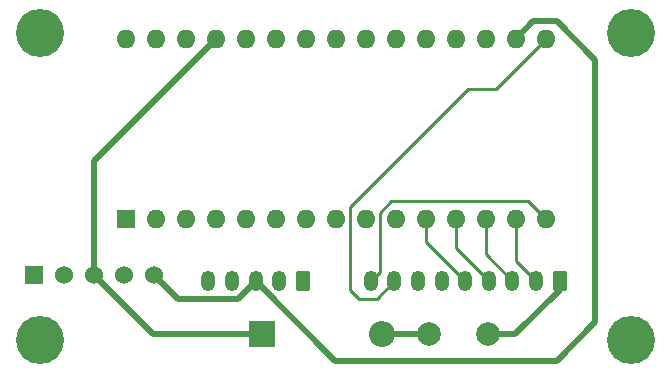
<source format=gtl>
G04 #@! TF.GenerationSoftware,KiCad,Pcbnew,7.0.7-7.0.7~ubuntu20.04.1*
G04 #@! TF.CreationDate,2023-10-03T21:57:06+02:00*
G04 #@! TF.ProjectId,msx-joydolphin-v1,6d73782d-6a6f-4796-946f-6c7068696e2d,v1*
G04 #@! TF.SameCoordinates,Original*
G04 #@! TF.FileFunction,Copper,L1,Top*
G04 #@! TF.FilePolarity,Positive*
%FSLAX46Y46*%
G04 Gerber Fmt 4.6, Leading zero omitted, Abs format (unit mm)*
G04 Created by KiCad (PCBNEW 7.0.7-7.0.7~ubuntu20.04.1) date 2023-10-03 21:57:06*
%MOMM*%
%LPD*%
G01*
G04 APERTURE LIST*
G04 Aperture macros list*
%AMRoundRect*
0 Rectangle with rounded corners*
0 $1 Rounding radius*
0 $2 $3 $4 $5 $6 $7 $8 $9 X,Y pos of 4 corners*
0 Add a 4 corners polygon primitive as box body*
4,1,4,$2,$3,$4,$5,$6,$7,$8,$9,$2,$3,0*
0 Add four circle primitives for the rounded corners*
1,1,$1+$1,$2,$3*
1,1,$1+$1,$4,$5*
1,1,$1+$1,$6,$7*
1,1,$1+$1,$8,$9*
0 Add four rect primitives between the rounded corners*
20,1,$1+$1,$2,$3,$4,$5,0*
20,1,$1+$1,$4,$5,$6,$7,0*
20,1,$1+$1,$6,$7,$8,$9,0*
20,1,$1+$1,$8,$9,$2,$3,0*%
G04 Aperture macros list end*
G04 #@! TA.AperFunction,ComponentPad*
%ADD10RoundRect,0.250000X0.350000X0.625000X-0.350000X0.625000X-0.350000X-0.625000X0.350000X-0.625000X0*%
G04 #@! TD*
G04 #@! TA.AperFunction,ComponentPad*
%ADD11O,1.200000X1.750000*%
G04 #@! TD*
G04 #@! TA.AperFunction,ComponentPad*
%ADD12R,2.200000X2.200000*%
G04 #@! TD*
G04 #@! TA.AperFunction,ComponentPad*
%ADD13O,2.200000X2.200000*%
G04 #@! TD*
G04 #@! TA.AperFunction,ComponentPad*
%ADD14R,1.600000X1.600000*%
G04 #@! TD*
G04 #@! TA.AperFunction,ComponentPad*
%ADD15O,1.600000X1.600000*%
G04 #@! TD*
G04 #@! TA.AperFunction,ComponentPad*
%ADD16C,4.064000*%
G04 #@! TD*
G04 #@! TA.AperFunction,ComponentPad*
%ADD17C,2.000000*%
G04 #@! TD*
G04 #@! TA.AperFunction,ComponentPad*
%ADD18R,1.524000X1.524000*%
G04 #@! TD*
G04 #@! TA.AperFunction,ComponentPad*
%ADD19C,1.524000*%
G04 #@! TD*
G04 #@! TA.AperFunction,Conductor*
%ADD20C,0.250000*%
G04 #@! TD*
G04 #@! TA.AperFunction,Conductor*
%ADD21C,0.500000*%
G04 #@! TD*
G04 APERTURE END LIST*
D10*
X66750000Y-60500000D03*
D11*
X64750000Y-60500000D03*
X62750000Y-60500000D03*
X60750000Y-60500000D03*
X58750000Y-60500000D03*
D12*
X63340000Y-65000000D03*
D13*
X73500000Y-65000000D03*
D14*
X51760000Y-55240000D03*
D15*
X54300000Y-55240000D03*
X56840000Y-55240000D03*
X59380000Y-55240000D03*
X61920000Y-55240000D03*
X64460000Y-55240000D03*
X67000000Y-55240000D03*
X69540000Y-55240000D03*
X72080000Y-55240000D03*
X74620000Y-55240000D03*
X77160000Y-55240000D03*
X79700000Y-55240000D03*
X82240000Y-55240000D03*
X84780000Y-55240000D03*
X87320000Y-55240000D03*
X87320000Y-40000000D03*
X84780000Y-40000000D03*
X82240000Y-40000000D03*
X79700000Y-40000000D03*
X77160000Y-40000000D03*
X74620000Y-40000000D03*
X72080000Y-40000000D03*
X69540000Y-40000000D03*
X67000000Y-40000000D03*
X64460000Y-40000000D03*
X61920000Y-40000000D03*
X59380000Y-40000000D03*
X56840000Y-40000000D03*
X54300000Y-40000000D03*
X51760000Y-40000000D03*
D16*
X44500000Y-65500000D03*
X94500000Y-39500000D03*
D10*
X88500000Y-60500000D03*
D11*
X86500000Y-60500000D03*
X84500000Y-60500000D03*
X82500000Y-60500000D03*
X80500000Y-60500000D03*
X78500000Y-60500000D03*
X76500000Y-60500000D03*
X74500000Y-60500000D03*
X72500000Y-60500000D03*
D17*
X82420000Y-65000000D03*
X77420000Y-65000000D03*
D16*
X44500000Y-39500000D03*
X94500000Y-65500000D03*
D18*
X44000000Y-60000000D03*
D19*
X46540000Y-60000000D03*
X49080000Y-60000000D03*
X51620000Y-60000000D03*
X54160000Y-60000000D03*
D20*
X78380000Y-60000000D02*
X78796852Y-60000000D01*
X77160000Y-55240000D02*
X77160000Y-57160000D01*
X77160000Y-57160000D02*
X80500000Y-60500000D01*
X79700000Y-55240000D02*
X79700000Y-57700000D01*
X79700000Y-57700000D02*
X82500000Y-60500000D01*
X82240000Y-58240000D02*
X84500000Y-60500000D01*
X82240000Y-55240000D02*
X82240000Y-58240000D01*
X84780000Y-58780000D02*
X86500000Y-60500000D01*
X84780000Y-55240000D02*
X84780000Y-58780000D01*
X73250000Y-54727500D02*
X73250000Y-59750000D01*
X87320000Y-55240000D02*
X85830000Y-53750000D01*
X74227500Y-53750000D02*
X73250000Y-54727500D01*
X72180000Y-60000000D02*
X72500000Y-60000000D01*
X85830000Y-53750000D02*
X74227500Y-53750000D01*
X73250000Y-59750000D02*
X72500000Y-60500000D01*
X70750000Y-61250000D02*
X71500000Y-62000000D01*
X73000000Y-62000000D02*
X74500000Y-60500000D01*
X80750000Y-44250000D02*
X70750000Y-54250000D01*
X70750000Y-54250000D02*
X70750000Y-61250000D01*
X71500000Y-62000000D02*
X73000000Y-62000000D01*
X87320000Y-40000000D02*
X83070000Y-44250000D01*
X74380000Y-60000000D02*
X74380000Y-59870000D01*
X83070000Y-44250000D02*
X80750000Y-44250000D01*
D21*
X69500000Y-67250000D02*
X62750000Y-60500000D01*
X84780000Y-40000000D02*
X86280000Y-38500000D01*
X88250000Y-67250000D02*
X69500000Y-67250000D01*
X61250000Y-62000000D02*
X56160000Y-62000000D01*
X91500000Y-64000000D02*
X88250000Y-67250000D01*
X86280000Y-38500000D02*
X88250000Y-38500000D01*
X91500000Y-41750000D02*
X91500000Y-64000000D01*
X88250000Y-38500000D02*
X91500000Y-41750000D01*
X56160000Y-62000000D02*
X54160000Y-60000000D01*
X62750000Y-60500000D02*
X61250000Y-62000000D01*
X54080000Y-65000000D02*
X63340000Y-65000000D01*
X49080000Y-60000000D02*
X54080000Y-65000000D01*
X59380000Y-40000000D02*
X49080000Y-50300000D01*
X49080000Y-50300000D02*
X49080000Y-60000000D01*
X77420000Y-65250000D02*
X77170000Y-65000000D01*
X77170000Y-65000000D02*
X73500000Y-65000000D01*
X84750000Y-65000000D02*
X82420000Y-65000000D01*
X88500000Y-60500000D02*
X88500000Y-61250000D01*
X88500000Y-61250000D02*
X84750000Y-65000000D01*
M02*

</source>
